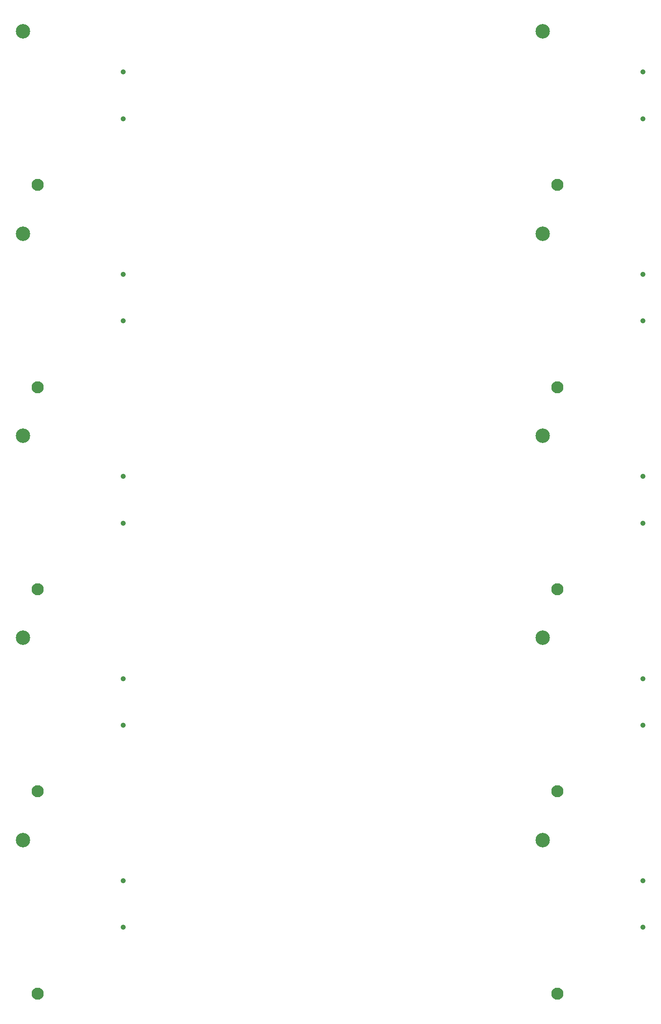
<source format=gbr>
*
%FSLAX26Y26*%
%MOIN*%
%ADD10C,0.035433*%
%ADD11C,0.082677*%
%ADD12C,0.098425*%
%IPPOS*%
%LNnpth.gbr*%
%LPD*%
G75*
G54D10*
X02366151Y00970861D03*
Y01288971D03*
G54D11*
X01782291Y00519881D03*
G54D12*
X01682291Y01566731D03*
G54D10*
X02366151Y02348814D03*
Y02666924D03*
G54D11*
X01782291Y01897834D03*
G54D12*
X01682291Y02944684D03*
G54D10*
X02366151Y03726766D03*
Y04044876D03*
G54D11*
X01782291Y03275786D03*
G54D12*
X01682291Y04322636D03*
G54D10*
X02366151Y05104719D03*
Y05422829D03*
G54D11*
X01782291Y04653739D03*
G54D12*
X01682291Y05700589D03*
G54D10*
X02366151Y06482672D03*
Y06800782D03*
G54D11*
X01782291Y06031692D03*
G54D12*
X01682291Y07078542D03*
G54D10*
X05909458Y00970861D03*
Y01288971D03*
G54D11*
X05325598Y00519881D03*
G54D12*
X05225598Y01566731D03*
G54D10*
X05909458Y02348814D03*
Y02666924D03*
G54D11*
X05325598Y01897834D03*
G54D12*
X05225598Y02944684D03*
G54D10*
X05909458Y03726766D03*
Y04044876D03*
G54D11*
X05325598Y03275786D03*
G54D12*
X05225598Y04322636D03*
G54D10*
X05909458Y05104719D03*
Y05422829D03*
G54D11*
X05325598Y04653739D03*
G54D12*
X05225598Y05700589D03*
G54D10*
X05909458Y06482672D03*
Y06800782D03*
G54D11*
X05325598Y06031692D03*
G54D12*
X05225598Y07078542D03*
M02*

</source>
